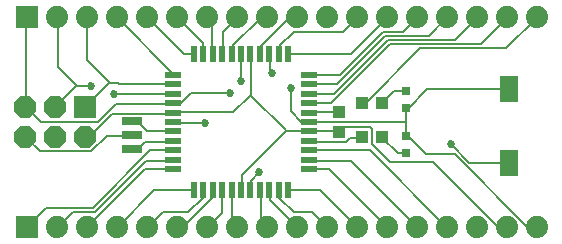
<source format=gtl>
G75*
%MOIN*%
%OFA0B0*%
%FSLAX25Y25*%
%IPPOS*%
%LPD*%
%AMOC8*
5,1,8,0,0,1.08239X$1,22.5*
%
%ADD10R,0.03937X0.04331*%
%ADD11R,0.07400X0.07400*%
%ADD12OC8,0.07400*%
%ADD13R,0.03150X0.03150*%
%ADD14R,0.06299X0.09055*%
%ADD15C,0.07400*%
%ADD16R,0.06693X0.02756*%
%ADD17R,0.05800X0.02000*%
%ADD18R,0.02000X0.05800*%
%ADD19C,0.00800*%
%ADD20C,0.02700*%
D10*
X0111000Y0038904D03*
X0118904Y0037250D03*
X0125596Y0037250D03*
X0111000Y0045596D03*
X0118904Y0048500D03*
X0125596Y0048500D03*
D11*
X0007250Y0007250D03*
X0026625Y0047250D03*
X0007250Y0077250D03*
D12*
X0006625Y0047250D03*
X0016625Y0047250D03*
X0016625Y0037250D03*
X0026625Y0037250D03*
X0006625Y0037250D03*
D13*
X0133500Y0037703D03*
X0133500Y0031797D03*
X0133500Y0046797D03*
X0133500Y0052703D03*
D14*
X0167875Y0053402D03*
X0167875Y0028598D03*
D15*
X0167250Y0007250D03*
X0157250Y0007250D03*
X0147250Y0007250D03*
X0137250Y0007250D03*
X0127250Y0007250D03*
X0117250Y0007250D03*
X0107250Y0007250D03*
X0097250Y0007250D03*
X0087250Y0007250D03*
X0077250Y0007250D03*
X0067250Y0007250D03*
X0057250Y0007250D03*
X0047250Y0007250D03*
X0037250Y0007250D03*
X0027250Y0007250D03*
X0017250Y0007250D03*
X0017250Y0077250D03*
X0027250Y0077250D03*
X0037250Y0077250D03*
X0047250Y0077250D03*
X0057250Y0077250D03*
X0067250Y0077250D03*
X0077250Y0077250D03*
X0087250Y0077250D03*
X0097250Y0077250D03*
X0107250Y0077250D03*
X0117250Y0077250D03*
X0127250Y0077250D03*
X0137250Y0077250D03*
X0147250Y0077250D03*
X0157250Y0077250D03*
X0167250Y0077250D03*
X0177250Y0077250D03*
X0177250Y0007250D03*
D16*
X0042250Y0033151D03*
X0042250Y0037875D03*
X0042250Y0042599D03*
D17*
X0055900Y0042250D03*
X0055900Y0045350D03*
X0055900Y0048550D03*
X0055900Y0051650D03*
X0055900Y0054850D03*
X0055900Y0057950D03*
X0055900Y0039150D03*
X0055900Y0035950D03*
X0055900Y0032850D03*
X0055900Y0029650D03*
X0055900Y0026550D03*
X0101100Y0026550D03*
X0101100Y0029650D03*
X0101100Y0032850D03*
X0101100Y0035950D03*
X0101100Y0039150D03*
X0101100Y0042250D03*
X0101100Y0045350D03*
X0101100Y0048550D03*
X0101100Y0051650D03*
X0101100Y0054850D03*
X0101100Y0057950D03*
D18*
X0094200Y0064850D03*
X0091100Y0064850D03*
X0087900Y0064850D03*
X0084800Y0064850D03*
X0081600Y0064850D03*
X0078500Y0064850D03*
X0075400Y0064850D03*
X0072200Y0064850D03*
X0069100Y0064850D03*
X0065900Y0064850D03*
X0062800Y0064850D03*
X0062800Y0019650D03*
X0065900Y0019650D03*
X0069100Y0019650D03*
X0072200Y0019650D03*
X0075400Y0019650D03*
X0078500Y0019650D03*
X0081600Y0019650D03*
X0084800Y0019650D03*
X0087900Y0019650D03*
X0091100Y0019650D03*
X0094200Y0019650D03*
D19*
X0094450Y0019550D01*
X0104950Y0019550D01*
X0117250Y0007250D01*
X0127000Y0007300D02*
X0127250Y0007250D01*
X0127000Y0007300D02*
X0107750Y0026550D01*
X0101100Y0026550D01*
X0101100Y0029350D02*
X0101100Y0029650D01*
X0101100Y0029350D02*
X0115100Y0029350D01*
X0137150Y0007300D01*
X0137250Y0007250D01*
X0146950Y0007300D02*
X0147250Y0007250D01*
X0146950Y0007300D02*
X0121400Y0032850D01*
X0101100Y0032850D01*
X0101100Y0035650D02*
X0101100Y0035950D01*
X0101100Y0035650D02*
X0113350Y0035650D01*
X0114750Y0037050D01*
X0118600Y0037050D01*
X0118904Y0037250D01*
X0122100Y0034950D02*
X0122100Y0039850D01*
X0121400Y0040550D01*
X0112650Y0040550D01*
X0111250Y0039150D01*
X0111000Y0038904D01*
X0110900Y0039150D01*
X0101100Y0039150D01*
X0093400Y0039150D01*
X0093400Y0039500D01*
X0081850Y0051050D01*
X0081500Y0051050D01*
X0075900Y0045450D01*
X0056300Y0045450D01*
X0055900Y0045350D01*
X0055600Y0045100D01*
X0035650Y0045100D01*
X0027950Y0037400D01*
X0026900Y0037400D01*
X0026625Y0037250D01*
X0028650Y0032500D02*
X0033900Y0037750D01*
X0041950Y0037750D01*
X0042250Y0037875D01*
X0044050Y0042300D02*
X0047200Y0039150D01*
X0055900Y0039150D01*
X0055950Y0041950D02*
X0055900Y0042250D01*
X0055950Y0041950D02*
X0066450Y0041950D01*
X0055900Y0035950D02*
X0055600Y0035650D01*
X0046500Y0035650D01*
X0044050Y0033200D01*
X0042300Y0033200D01*
X0042250Y0033151D01*
X0048250Y0032850D02*
X0029000Y0013600D01*
X0013600Y0013600D01*
X0007250Y0007250D01*
X0017250Y0007250D02*
X0017450Y0007300D01*
X0022350Y0012200D01*
X0029700Y0012200D01*
X0046850Y0029350D01*
X0055600Y0029350D01*
X0055900Y0029650D01*
X0055900Y0032850D02*
X0048250Y0032850D01*
X0046500Y0026550D02*
X0027250Y0007300D01*
X0027250Y0007250D01*
X0037250Y0007250D02*
X0037400Y0007300D01*
X0049650Y0019550D01*
X0062600Y0019550D01*
X0062800Y0019650D01*
X0065750Y0019550D02*
X0065900Y0019650D01*
X0065750Y0019550D02*
X0065750Y0017100D01*
X0060850Y0012200D01*
X0052450Y0012200D01*
X0047550Y0007300D01*
X0047250Y0007250D01*
X0057250Y0007250D02*
X0057350Y0007300D01*
X0059100Y0007300D01*
X0068900Y0017100D01*
X0068900Y0019550D01*
X0069100Y0019650D01*
X0072050Y0019550D02*
X0072200Y0019650D01*
X0072050Y0019550D02*
X0072050Y0011850D01*
X0067500Y0007300D01*
X0067250Y0007250D01*
X0075550Y0008700D02*
X0076950Y0007300D01*
X0077250Y0007250D01*
X0075550Y0008700D02*
X0075550Y0019550D01*
X0075400Y0019650D01*
X0078500Y0019650D02*
X0078700Y0019900D01*
X0078700Y0024450D01*
X0093400Y0039150D01*
X0098650Y0042300D02*
X0095150Y0045800D01*
X0095150Y0053500D01*
X0101100Y0054850D02*
X0101100Y0054900D01*
X0110550Y0054900D01*
X0126650Y0071000D01*
X0141000Y0071000D01*
X0147250Y0077250D01*
X0137250Y0077250D02*
X0137150Y0076950D01*
X0132600Y0072400D01*
X0125950Y0072400D01*
X0111600Y0058050D01*
X0101100Y0058050D01*
X0101100Y0057950D01*
X0088850Y0058750D02*
X0088150Y0059450D01*
X0088150Y0064700D01*
X0087900Y0064850D01*
X0085000Y0065050D02*
X0084800Y0064850D01*
X0085000Y0065050D02*
X0085000Y0067500D01*
X0094450Y0076950D01*
X0097250Y0076950D01*
X0097250Y0077250D01*
X0087250Y0077250D02*
X0087100Y0076950D01*
X0085000Y0076950D01*
X0075550Y0067500D01*
X0075550Y0065050D01*
X0075400Y0064850D01*
X0072400Y0065050D02*
X0072200Y0064850D01*
X0072400Y0065050D02*
X0072400Y0072400D01*
X0077250Y0077250D01*
X0068900Y0075550D02*
X0067500Y0076950D01*
X0067250Y0077250D01*
X0068900Y0075550D02*
X0068900Y0065050D01*
X0069100Y0064850D01*
X0065900Y0064850D02*
X0065750Y0065050D01*
X0065750Y0068550D01*
X0057350Y0076950D01*
X0057250Y0077250D01*
X0047250Y0077250D02*
X0059450Y0065050D01*
X0062600Y0065050D01*
X0062800Y0064850D01*
X0055600Y0058750D02*
X0037400Y0076950D01*
X0037250Y0077250D01*
X0027250Y0077250D02*
X0027250Y0062950D01*
X0034600Y0055600D01*
X0034600Y0055250D01*
X0026900Y0047550D01*
X0026625Y0047250D01*
X0030750Y0042300D02*
X0011850Y0042300D01*
X0006950Y0047200D01*
X0006625Y0047250D01*
X0006950Y0047550D01*
X0006950Y0076950D01*
X0007250Y0077250D01*
X0017250Y0077250D02*
X0017450Y0076950D01*
X0017450Y0060500D01*
X0023400Y0054550D01*
X0023400Y0054200D01*
X0016750Y0047550D01*
X0016625Y0047250D01*
X0030750Y0042300D02*
X0036700Y0048250D01*
X0055600Y0048250D01*
X0055900Y0048550D01*
X0055950Y0048600D01*
X0058400Y0048600D01*
X0061900Y0052100D01*
X0074850Y0052100D01*
X0081850Y0051050D02*
X0081850Y0064700D01*
X0081600Y0064850D01*
X0078500Y0064850D02*
X0078350Y0064700D01*
X0078350Y0055950D01*
X0091100Y0064850D02*
X0091300Y0065050D01*
X0091300Y0067500D01*
X0096200Y0072400D01*
X0112650Y0072400D01*
X0117200Y0076950D01*
X0117250Y0077250D01*
X0127000Y0076950D02*
X0127250Y0077250D01*
X0127000Y0076950D02*
X0115100Y0065050D01*
X0094450Y0065050D01*
X0094200Y0064850D01*
X0101100Y0051750D02*
X0101100Y0051650D01*
X0101100Y0051750D02*
X0109500Y0051750D01*
X0127350Y0069600D01*
X0149750Y0069600D01*
X0157100Y0076950D01*
X0157250Y0077250D01*
X0158500Y0068200D02*
X0167250Y0076950D01*
X0167250Y0077250D01*
X0177050Y0076950D02*
X0177250Y0077250D01*
X0177050Y0076950D02*
X0166900Y0066800D01*
X0138200Y0066800D01*
X0120000Y0048600D01*
X0118950Y0048600D01*
X0118904Y0048500D01*
X0125596Y0048500D02*
X0125600Y0048600D01*
X0129450Y0052450D01*
X0133300Y0052450D01*
X0133500Y0052703D01*
X0134000Y0046500D02*
X0140650Y0053150D01*
X0165250Y0053150D01*
X0167875Y0053402D01*
X0158500Y0068200D02*
X0128050Y0068200D01*
X0108450Y0048600D01*
X0101100Y0048600D01*
X0101100Y0048550D01*
X0101100Y0045450D02*
X0101100Y0045350D01*
X0101100Y0045450D02*
X0110900Y0045450D01*
X0111000Y0045596D01*
X0101100Y0042300D02*
X0101100Y0042250D01*
X0100750Y0042300D01*
X0098650Y0042300D01*
X0101100Y0042300D02*
X0133650Y0042300D01*
X0133650Y0037750D01*
X0133500Y0037703D01*
X0134000Y0037750D01*
X0140300Y0031450D01*
X0149750Y0031450D01*
X0173900Y0007300D01*
X0177050Y0007300D01*
X0177250Y0007250D01*
X0167250Y0007300D02*
X0167250Y0007250D01*
X0167250Y0007300D02*
X0164100Y0007300D01*
X0142400Y0029000D01*
X0128050Y0029000D01*
X0122100Y0034950D01*
X0125600Y0037050D02*
X0125596Y0037250D01*
X0125600Y0037050D02*
X0130850Y0031800D01*
X0133300Y0031800D01*
X0133500Y0031797D01*
X0148350Y0034950D02*
X0154650Y0028650D01*
X0163375Y0028650D01*
X0167875Y0028598D01*
X0133650Y0042300D02*
X0133650Y0046500D01*
X0133500Y0046797D01*
X0134000Y0046500D01*
X0084650Y0025500D02*
X0081850Y0022700D01*
X0081850Y0019900D01*
X0081600Y0019650D01*
X0084800Y0019650D02*
X0085000Y0019550D01*
X0085000Y0009400D01*
X0087100Y0007300D01*
X0087250Y0007250D01*
X0088150Y0016400D02*
X0097250Y0007300D01*
X0097250Y0007250D01*
X0096200Y0012200D02*
X0102150Y0012200D01*
X0107050Y0007300D01*
X0107250Y0007250D01*
X0096200Y0012200D02*
X0091300Y0017100D01*
X0091300Y0019550D01*
X0091100Y0019650D01*
X0088150Y0019550D02*
X0087900Y0019650D01*
X0088150Y0019550D02*
X0088150Y0016400D01*
X0055900Y0026550D02*
X0046500Y0026550D01*
X0028650Y0032500D02*
X0011500Y0032500D01*
X0006950Y0037050D01*
X0006625Y0037250D01*
X0036000Y0051750D02*
X0055600Y0051750D01*
X0055900Y0051650D01*
X0055900Y0054850D02*
X0055600Y0054900D01*
X0037750Y0054900D01*
X0037400Y0055250D01*
X0034600Y0055250D01*
X0028650Y0054200D02*
X0023400Y0054200D01*
X0042250Y0042599D02*
X0042300Y0042300D01*
X0044050Y0042300D01*
X0055600Y0058050D02*
X0055900Y0057950D01*
X0055600Y0058050D02*
X0055600Y0058750D01*
D20*
X0074850Y0052100D03*
X0078350Y0055950D03*
X0088850Y0058750D03*
X0095150Y0053500D03*
X0066450Y0041950D03*
X0036000Y0051750D03*
X0028650Y0054200D03*
X0084650Y0025500D03*
X0148350Y0034950D03*
M02*

</source>
